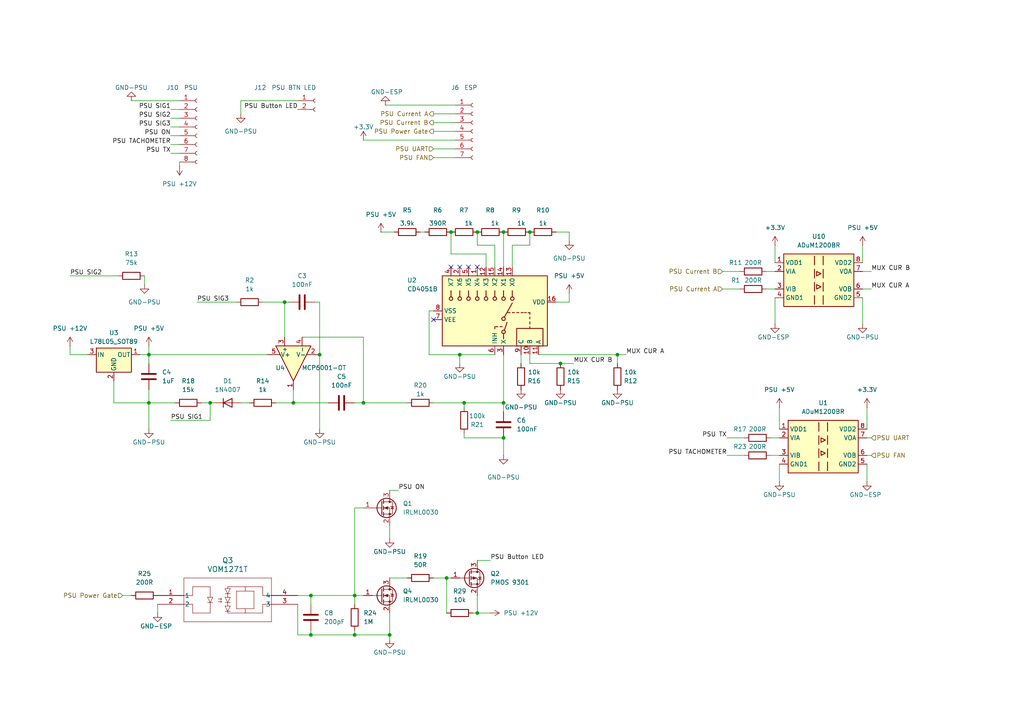
<source format=kicad_sch>
(kicad_sch (version 20231120) (generator "eeschema") (generator_version "8.0")
  (paper "A4")
  (lib_symbols
    (symbol "Amplifier_Operational:MCP6001-OT" (pin_names (offset 0.127))
      (property "Reference" "U" (at -1.27 6.35 0))
      (property "Value" "MCP6001-OT" (at -1.27 3.81 0))
      (symbol "MCP6001-OT_0_1"
        (polyline (pts (xy -5.08 5.08) (xy 5.08 0) (xy -5.08 -5.08) (xy -5.08 5.08)) (stroke (width 0.254)) (fill (type background)))
        (pin power_in line (at -2.54 -7.62 90) (length 3.81) (name "V-") (number "2"))
        (pin power_in line (at -2.54 7.62 270) (length 3.81) (name "V+") (number "5"))
      )
      (symbol "MCP6001-OT_1_1"
        (pin output line (at 7.62 0 180) (length 2.54) (name "~") (number "1"))
        (pin input line (at -7.62 2.54 0) (length 2.54) (name "+") (number "3"))
        (pin input line (at -7.62 -2.54 0) (length 2.54) (name "-") (number "4"))
      )
    )
    (symbol "Analog_Switch:CD4051B"
      (property "Reference" "U" (at -10.16 16.51 0))
      (property "Value" "CD4051B" (at 3.81 16.51 0))
      (symbol "CD4051B_0_1"
        (rectangle (start -10.16 6.35) (end -5.08 13.97) (stroke (width 0.254)))
        (rectangle (start -10.16 15.24) (end 10.16 -15.24) (stroke (width 0.254)) (fill (type background)))
        (circle (center -6.096 2.54) (radius 0.508) (stroke (width 0.254)))
        (circle (center -2.286 2.54) (radius 0.508) (stroke (width 0.254)))
        (polyline (pts (xy -8.128 2.54) (xy -6.604 2.54)) (stroke (width 0.254)))
        (polyline (pts (xy -5.588 2.794) (xy -3.302 3.556)) (stroke (width 0.254)))
        (polyline (pts (xy -4.572 0) (xy -5.207 0)) (stroke (width 0.254)))
        (polyline (pts (xy -4.572 0.254) (xy -4.572 0.889)) (stroke (width 0.254)))
        (polyline (pts (xy -4.572 1.524) (xy -4.572 2.159)) (stroke (width 0.254)))
        (polyline (pts (xy -4.572 10.16) (xy -5.08 10.16)) (stroke (width 0.254)))
        (polyline (pts (xy -3.81 10.16) (xy -3.175 10.16)) (stroke (width 0.254)))
        (polyline (pts (xy -1.778 2.794) (xy 2.286 5.08)) (stroke (width 0.254)))
        (polyline (pts (xy -1.778 10.16) (xy -2.286 10.16)) (stroke (width 0.254)))
        (polyline (pts (xy -0.508 3.81) (xy -0.508 4.445)) (stroke (width 0.254)))
        (polyline (pts (xy -0.508 5.08) (xy -0.508 5.715)) (stroke (width 0.254)))
        (polyline (pts (xy -0.508 6.35) (xy -0.508 6.985)) (stroke (width 0.254)))
        (polyline (pts (xy -0.508 7.62) (xy -0.508 8.255)) (stroke (width 0.254)))
        (polyline (pts (xy -0.508 8.636) (xy -0.508 9.144)) (stroke (width 0.254)))
        (polyline (pts (xy -0.508 9.652) (xy -0.508 10.16)) (stroke (width 0.254)))
        (polyline (pts (xy -0.508 10.16) (xy -1.016 10.16)) (stroke (width 0.254)))
        (polyline (pts (xy 4.064 -12.7) (xy 5.842 -12.7)) (stroke (width 0.254)))
        (polyline (pts (xy 4.064 -10.16) (xy 5.842 -10.16)) (stroke (width 0.254)))
        (polyline (pts (xy 4.064 -7.62) (xy 5.842 -7.62)) (stroke (width 0.254)))
        (polyline (pts (xy 4.064 -5.08) (xy 5.842 -5.08)) (stroke (width 0.254)))
        (polyline (pts (xy 4.064 -2.54) (xy 5.842 -2.54)) (stroke (width 0.254)))
        (polyline (pts (xy 4.064 0) (xy 5.842 0)) (stroke (width 0.254)))
        (polyline (pts (xy 4.064 2.54) (xy 5.842 2.54)) (stroke (width 0.254)))
        (polyline (pts (xy 4.064 5.08) (xy 5.842 5.08)) (stroke (width 0.254)))
        (circle (center 3.556 -12.7) (radius 0.508) (stroke (width 0.254)))
        (circle (center 3.556 -10.16) (radius 0.508) (stroke (width 0.254)))
        (circle (center 3.556 -7.62) (radius 0.508) (stroke (width 0.254)))
        (circle (center 3.556 -5.08) (radius 0.508) (stroke (width 0.254)))
        (circle (center 3.556 -2.54) (radius 0.508) (stroke (width 0.254)))
        (circle (center 3.556 0) (radius 0.508) (stroke (width 0.254)))
        (circle (center 3.556 2.54) (radius 0.508) (stroke (width 0.254)))
        (circle (center 3.556 5.08) (radius 0.508) (stroke (width 0.254)))
      )
      (symbol "CD4051B_1_1"
        (pin bidirectional line (at 12.7 -5.08 180) (length 2.54) (name "X4") (number "1"))
        (pin input line (at -12.7 10.16 0) (length 2.54) (name "B") (number "10"))
        (pin input line (at -12.7 12.7 0) (length 2.54) (name "A") (number "11"))
        (pin bidirectional line (at 12.7 -2.54 180) (length 2.54) (name "X3") (number "12"))
        (pin bidirectional line (at 12.7 5.08 180) (length 2.54) (name "X0") (number "13"))
        (pin bidirectional line (at 12.7 2.54 180) (length 2.54) (name "X1") (number "14"))
        (pin bidirectional line (at 12.7 0 180) (length 2.54) (name "X2") (number "15"))
        (pin power_in line (at 2.54 17.78 270) (length 2.54) (name "VDD") (number "16"))
        (pin bidirectional line (at 12.7 -10.16 180) (length 2.54) (name "X6") (number "2"))
        (pin bidirectional line (at -12.7 2.54 0) (length 2.54) (name "X") (number "3"))
        (pin bidirectional line (at 12.7 -12.7 180) (length 2.54) (name "X7") (number "4"))
        (pin bidirectional line (at 12.7 -7.62 180) (length 2.54) (name "X5") (number "5"))
        (pin input line (at -12.7 0 0) (length 2.54) (name "INH") (number "6"))
        (pin power_in line (at -2.54 -17.78 90) (length 2.54) (name "VEE") (number "7"))
        (pin power_in line (at 0 -17.78 90) (length 2.54) (name "VSS") (number "8"))
        (pin input line (at -12.7 7.62 0) (length 2.54) (name "C") (number "9"))
      )
    )
    (symbol "Connector:Conn_01x02_Socket" (pin_names (offset 1.016) hide)
      (property "Reference" "J" (at 0 2.54 0))
      (property "Value" "Conn_01x02_Socket" (at 0 -5.08 0))
      (symbol "Conn_01x02_Socket_1_1"
        (arc (start 0 -2.032) (mid -0.5058 -2.54) (end 0 -3.048) (stroke (width 0.1524)))
        (polyline (pts (xy -1.27 -2.54) (xy -0.508 -2.54)) (stroke (width 0.1524)))
        (polyline (pts (xy -1.27 0) (xy -0.508 0)) (stroke (width 0.1524)))
        (arc (start 0 0.508) (mid -0.5058 0) (end 0 -0.508) (stroke (width 0.1524)))
        (pin passive line (at -5.08 0 0) (length 3.81) (name "Pin_1") (number "1"))
        (pin passive line (at -5.08 -2.54 0) (length 3.81) (name "Pin_2") (number "2"))
      )
    )
    (symbol "Connector:Conn_01x07_Socket" (pin_names (offset 1.016) hide)
      (property "Reference" "J" (at 0 10.16 0))
      (property "Value" "Conn_01x07_Socket" (at 0 -10.16 0))
      (symbol "Conn_01x07_Socket_1_1"
        (arc (start 0 -7.112) (mid -0.5058 -7.62) (end 0 -8.128) (stroke (width 0.1524)))
        (arc (start 0 -4.572) (mid -0.5058 -5.08) (end 0 -5.588) (stroke (width 0.1524)))
        (arc (start 0 -2.032) (mid -0.5058 -2.54) (end 0 -3.048) (stroke (width 0.1524)))
        (polyline (pts (xy -1.27 -7.62) (xy -0.508 -7.62)) (stroke (width 0.1524)))
        (polyline (pts (xy -1.27 -5.08) (xy -0.508 -5.08)) (stroke (width 0.1524)))
        (polyline (pts (xy -1.27 -2.54) (xy -0.508 -2.54)) (stroke (width 0.1524)))
        (polyline (pts (xy -1.27 0) (xy -0.508 0)) (stroke (width 0.1524)))
        (polyline (pts (xy -1.27 2.54) (xy -0.508 2.54)) (stroke (width 0.1524)))
        (polyline (pts (xy -1.27 5.08) (xy -0.508 5.08)) (stroke (width 0.1524)))
        (polyline (pts (xy -1.27 7.62) (xy -0.508 7.62)) (stroke (width 0.1524)))
        (arc (start 0 0.508) (mid -0.5058 0) (end 0 -0.508) (stroke (width 0.1524)))
        (arc (start 0 3.048) (mid -0.5058 2.54) (end 0 2.032) (stroke (width 0.1524)))
        (arc (start 0 5.588) (mid -0.5058 5.08) (end 0 4.572) (stroke (width 0.1524)))
        (arc (start 0 8.128) (mid -0.5058 7.62) (end 0 7.112) (stroke (width 0.1524)))
        (pin passive line (at -5.08 7.62 0) (length 3.81) (name "Pin_1") (number "1"))
        (pin passive line (at -5.08 5.08 0) (length 3.81) (name "Pin_2") (number "2"))
        (pin passive line (at -5.08 2.54 0) (length 3.81) (name "Pin_3") (number "3"))
        (pin passive line (at -5.08 0 0) (length 3.81) (name "Pin_4") (number "4"))
        (pin passive line (at -5.08 -2.54 0) (length 3.81) (name "Pin_5") (number "5"))
        (pin passive line (at -5.08 -5.08 0) (length 3.81) (name "Pin_6") (number "6"))
        (pin passive line (at -5.08 -7.62 0) (length 3.81) (name "Pin_7") (number "7"))
      )
    )
    (symbol "Connector:Conn_01x08_Socket" (pin_names (offset 1.016) hide)
      (property "Reference" "J" (at 0 10.16 0))
      (property "Value" "Conn_01x08_Socket" (at 0 -12.7 0))
      (symbol "Conn_01x08_Socket_1_1"
        (arc (start 0 -9.652) (mid -0.5058 -10.16) (end 0 -10.668) (stroke (width 0.1524)))
        (arc (start 0 -7.112) (mid -0.5058 -7.62) (end 0 -8.128) (stroke (width 0.1524)))
        (arc (start 0 -4.572) (mid -0.5058 -5.08) (end 0 -5.588) (stroke (width 0.1524)))
        (arc (start 0 -2.032) (mid -0.5058 -2.54) (end 0 -3.048) (stroke (width 0.1524)))
        (polyline (pts (xy -1.27 -10.16) (xy -0.508 -10.16)) (stroke (width 0.1524)))
        (polyline (pts (xy -1.27 -7.62) (xy -0.508 -7.62)) (stroke (width 0.1524)))
        (polyline (pts (xy -1.27 -5.08) (xy -0.508 -5.08)) (stroke (width 0.1524)))
        (polyline (pts (xy -1.27 -2.54) (xy -0.508 -2.54)) (stroke (width 0.1524)))
        (polyline (pts (xy -1.27 0) (xy -0.508 0)) (stroke (width 0.1524)))
        (polyline (pts (xy -1.27 2.54) (xy -0.508 2.54)) (stroke (width 0.1524)))
        (polyline (pts (xy -1.27 5.08) (xy -0.508 5.08)) (stroke (width 0.1524)))
        (polyline (pts (xy -1.27 7.62) (xy -0.508 7.62)) (stroke (width 0.1524)))
        (arc (start 0 0.508) (mid -0.5058 0) (end 0 -0.508) (stroke (width 0.1524)))
        (arc (start 0 3.048) (mid -0.5058 2.54) (end 0 2.032) (stroke (width 0.1524)))
        (arc (start 0 5.588) (mid -0.5058 5.08) (end 0 4.572) (stroke (width 0.1524)))
        (arc (start 0 8.128) (mid -0.5058 7.62) (end 0 7.112) (stroke (width 0.1524)))
        (pin passive line (at -5.08 7.62 0) (length 3.81) (name "Pin_1") (number "1"))
        (pin passive line (at -5.08 5.08 0) (length 3.81) (name "Pin_2") (number "2"))
        (pin passive line (at -5.08 2.54 0) (length 3.81) (name "Pin_3") (number "3"))
        (pin passive line (at -5.08 0 0) (length 3.81) (name "Pin_4") (number "4"))
        (pin passive line (at -5.08 -2.54 0) (length 3.81) (name "Pin_5") (number "5"))
        (pin passive line (at -5.08 -5.08 0) (length 3.81) (name "Pin_6") (number "6"))
        (pin passive line (at -5.08 -7.62 0) (length 3.81) (name "Pin_7") (number "7"))
        (pin passive line (at -5.08 -10.16 0) (length 3.81) (name "Pin_8") (number "8"))
      )
    )
    (symbol "Device:C" (pin_numbers hide) (pin_names (offset 0.254))
      (property "Reference" "C" (at 0.635 2.54 0))
      (property "Value" "C" (at 0.635 -2.54 0))
      (symbol "C_0_1"
        (polyline (pts (xy -2.032 -0.762) (xy 2.032 -0.762)) (stroke (width 0.508)))
        (polyline (pts (xy -2.032 0.762) (xy 2.032 0.762)) (stroke (width 0.508)))
      )
      (symbol "C_1_1"
        (pin passive line (at 0 3.81 270) (length 2.794) (name "~") (number "1"))
        (pin passive line (at 0 -3.81 90) (length 2.794) (name "~") (number "2"))
      )
    )
    (symbol "Device:R" (pin_numbers hide) (pin_names (offset 0))
      (property "Reference" "R" (at 2.032 0 90))
      (property "Value" "R" (at 0 0 90))
      (symbol "R_0_1"
        (rectangle (start -1.016 -2.54) (end 1.016 2.54) (stroke (width 0.254)))
      )
      (symbol "R_1_1"
        (pin passive line (at 0 3.81 270) (length 1.27) (name "~") (number "1"))
        (pin passive line (at 0 -3.81 90) (length 1.27) (name "~") (number "2"))
      )
    )
    (symbol "Diode:1N4007" (pin_numbers hide) (pin_names hide)
      (property "Reference" "D" (at 0 2.54 0))
      (property "Value" "1N4007" (at 0 -2.54 0))
      (symbol "1N4007_0_1"
        (polyline (pts (xy -1.27 1.27) (xy -1.27 -1.27)) (stroke (width 0.254)))
        (polyline (pts (xy 1.27 0) (xy -1.27 0)))
        (polyline (pts (xy 1.27 1.27) (xy 1.27 -1.27) (xy -1.27 0) (xy 1.27 1.27)) (stroke (width 0.254)))
      )
      (symbol "1N4007_1_1"
        (pin passive line (at -3.81 0 0) (length 2.54) (name "K") (number "1"))
        (pin passive line (at 3.81 0 180) (length 2.54) (name "A") (number "2"))
      )
    )
    (symbol "Isolator:ADuM1200BR"
      (property "Reference" "U" (at -10.16 8.89 0))
      (property "Value" "ADuM1200BR" (at -2.032 8.89 0))
      (symbol "ADuM1200BR_0_1"
        (rectangle (start -10.16 7.62) (end 10.16 -7.62) (stroke (width 0.254)) (fill (type background)))
        (polyline (pts (xy -1.27 -4.445) (xy -1.27 -6.985)) (stroke (width 0.254)))
        (polyline (pts (xy -1.27 -0.635) (xy -1.27 -3.175)) (stroke (width 0.254)))
        (polyline (pts (xy -1.27 3.175) (xy -1.27 0.635)) (stroke (width 0.254)))
        (polyline (pts (xy -1.27 6.985) (xy -1.27 4.445)) (stroke (width 0.254)))
        (polyline (pts (xy 1.27 -4.445) (xy 1.27 -6.985)) (stroke (width 0.254)))
        (polyline (pts (xy 1.27 -0.635) (xy 1.27 -3.175)) (stroke (width 0.254)))
        (polyline (pts (xy 1.27 3.175) (xy 1.27 0.635)) (stroke (width 0.254)))
        (polyline (pts (xy 1.27 6.985) (xy 1.27 4.445)) (stroke (width 0.254)))
        (polyline (pts (xy -0.635 -1.27) (xy -0.635 -2.54) (xy 0.635 -1.905) (xy -0.635 -1.27)) (stroke (width 0.254)))
        (polyline (pts (xy -0.635 1.27) (xy 0.635 1.905) (xy -0.635 2.54) (xy -0.635 1.27)) (stroke (width 0.254)))
      )
      (symbol "ADuM1200BR_1_1"
        (pin power_in line (at -12.7 5.08 0) (length 2.54) (name "VDD1") (number "1"))
        (pin input line (at -12.7 2.54 0) (length 2.54) (name "VIA") (number "2"))
        (pin input line (at -12.7 -2.54 0) (length 2.54) (name "VIB") (number "3"))
        (pin power_in line (at -12.7 -5.08 0) (length 2.54) (name "GND1") (number "4"))
        (pin power_in line (at 12.7 -5.08 180) (length 2.54) (name "GND2") (number "5"))
        (pin output line (at 12.7 -2.54 180) (length 2.54) (name "VOB") (number "6"))
        (pin output line (at 12.7 2.54 180) (length 2.54) (name "VOA") (number "7"))
        (pin power_in line (at 12.7 5.08 180) (length 2.54) (name "VDD2") (number "8"))
      )
    )
    (symbol "Regulator_Linear:L78L05_SOT89" (pin_names (offset 0.254))
      (property "Reference" "U" (at -3.81 3.175 0))
      (property "Value" "L78L05_SOT89" (at -0.635 3.175 0))
      (symbol "L78L05_SOT89_0_1"
        (rectangle (start -5.08 1.905) (end 5.08 -5.08) (stroke (width 0.254)) (fill (type background)))
      )
      (symbol "L78L05_SOT89_1_1"
        (pin power_out line (at 7.62 0 180) (length 2.54) (name "OUT") (number "1"))
        (pin power_in line (at 0 -7.62 90) (length 2.54) (name "GND") (number "2"))
        (pin power_in line (at -7.62 0 0) (length 2.54) (name "IN") (number "3"))
      )
    )
    (symbol "Transistor_FET:IRLML0030" (pin_names hide)
      (property "Reference" "Q" (at 5.08 1.905 0))
      (property "Value" "IRLML0030" (at 5.08 0 0))
      (symbol "IRLML0030_0_1"
        (polyline (pts (xy 0.254 0) (xy -2.54 0)))
        (polyline (pts (xy 0.254 1.905) (xy 0.254 -1.905)) (stroke (width 0.254)))
        (polyline (pts (xy 0.762 -1.27) (xy 0.762 -2.286)) (stroke (width 0.254)))
        (polyline (pts (xy 0.762 0.508) (xy 0.762 -0.508)) (stroke (width 0.254)))
        (polyline (pts (xy 0.762 2.286) (xy 0.762 1.27)) (stroke (width 0.254)))
        (polyline (pts (xy 2.54 2.54) (xy 2.54 1.778)))
        (polyline (pts (xy 2.54 -2.54) (xy 2.54 0) (xy 0.762 0)))
        (polyline (pts (xy 0.762 -1.778) (xy 3.302 -1.778) (xy 3.302 1.778) (xy 0.762 1.778)))
        (polyline (pts (xy 1.016 0) (xy 2.032 0.381) (xy 2.032 -0.381) (xy 1.016 0)) (fill (type outline)))
        (polyline (pts (xy 2.794 0.508) (xy 2.921 0.381) (xy 3.683 0.381) (xy 3.81 0.254)))
        (polyline (pts (xy 3.302 0.381) (xy 2.921 -0.254) (xy 3.683 -0.254) (xy 3.302 0.381)))
        (circle (center 1.651 0) (radius 2.794) (stroke (width 0.254)))
        (circle (center 2.54 -1.778) (radius 0.254) (fill (type outline)))
        (circle (center 2.54 1.778) (radius 0.254) (fill (type outline)))
      )
      (symbol "IRLML0030_1_1"
        (pin input line (at -5.08 0 0) (length 2.54) (name "G") (number "1"))
        (pin passive line (at 2.54 -5.08 90) (length 2.54) (name "S") (number "2"))
        (pin passive line (at 2.54 5.08 270) (length 2.54) (name "D") (number "3"))
      )
    )
    (symbol "Transistor_FET:IRLML9301" (pin_names hide)
      (property "Reference" "Q" (at 5.08 1.905 0))
      (property "Value" "IRLML9301" (at 5.08 0 0))
      (symbol "IRLML9301_0_1"
        (polyline (pts (xy 0.254 0) (xy -2.54 0)))
        (polyline (pts (xy 0.254 1.905) (xy 0.254 -1.905)) (stroke (width 0.254)))
        (polyline (pts (xy 0.762 -1.27) (xy 0.762 -2.286)) (stroke (width 0.254)))
        (polyline (pts (xy 0.762 0.508) (xy 0.762 -0.508)) (stroke (width 0.254)))
        (polyline (pts (xy 0.762 2.286) (xy 0.762 1.27)) (stroke (width 0.254)))
        (polyline (pts (xy 2.54 2.54) (xy 2.54 1.778)))
        (polyline (pts (xy 2.54 -2.54) (xy 2.54 0) (xy 0.762 0)))
        (polyline (pts (xy 0.762 1.778) (xy 3.302 1.778) (xy 3.302 -1.778) (xy 0.762 -1.778)))
        (polyline (pts (xy 2.286 0) (xy 1.27 0.381) (xy 1.27 -0.381) (xy 2.286 0)) (fill (type outline)))
        (polyline (pts (xy 2.794 -0.508) (xy 2.921 -0.381) (xy 3.683 -0.381) (xy 3.81 -0.254)))
        (polyline (pts (xy 3.302 -0.381) (xy 2.921 0.254) (xy 3.683 0.254) (xy 3.302 -0.381)))
        (circle (center 1.651 0) (radius 2.794) (stroke (width 0.254)))
        (circle (center 2.54 -1.778) (radius 0.254) (fill (type outline)))
        (circle (center 2.54 1.778) (radius 0.254) (fill (type outline)))
      )
      (symbol "IRLML9301_1_1"
        (pin input line (at -5.08 0 0) (length 2.54) (name "G") (number "1"))
        (pin passive line (at 2.54 -5.08 90) (length 2.54) (name "S") (number "2"))
        (pin passive line (at 2.54 5.08 270) (length 2.54) (name "D") (number "3"))
      )
    )
    (symbol "VOM1271T:VOM1271T" (pin_names (offset 0.254))
      (property "Reference" "Q2" (at 20.32 10.16 0))
      (property "Value" "VOM1271T" (at 20.32 7.62 0))
      (symbol "VOM1271T_0_1"
        (polyline (pts (xy 7.62 -7.62) (xy 33.02 -7.62)) (stroke (width 0.127)))
        (polyline (pts (xy 7.62 -2.54) (xy 10.16 -2.54)) (stroke (width 0.127)))
        (polyline (pts (xy 7.62 0) (xy 10.16 0)) (stroke (width 0.127)))
        (polyline (pts (xy 7.62 5.08) (xy 7.62 -7.62)) (stroke (width 0.127)))
        (polyline (pts (xy 10.16 -5.08) (xy 15.24 -5.08)) (stroke (width 0.127)))
        (polyline (pts (xy 10.16 -2.54) (xy 10.16 -5.08)) (stroke (width 0.127)))
        (polyline (pts (xy 10.16 0) (xy 10.16 2.54)) (stroke (width 0.127)))
        (polyline (pts (xy 10.16 2.54) (xy 15.24 2.54)) (stroke (width 0.127)))
        (polyline (pts (xy 14.478 -2.032) (xy 16.002 -2.032)) (stroke (width 0.127)))
        (polyline (pts (xy 14.478 -0.508) (xy 15.24 -2.032)) (stroke (width 0.127)))
        (polyline (pts (xy 15.24 -2.032) (xy 15.24 -5.08)) (stroke (width 0.127)))
        (polyline (pts (xy 15.24 -2.032) (xy 16.002 -0.508)) (stroke (width 0.127)))
        (polyline (pts (xy 15.24 -0.508) (xy 15.24 2.54)) (stroke (width 0.127)))
        (polyline (pts (xy 16.002 -0.508) (xy 14.478 -0.508)) (stroke (width 0.127)))
        (polyline (pts (xy 17.526 -1.778) (xy 18.542 -1.778)) (stroke (width 0.127)))
        (polyline (pts (xy 17.526 -1.016) (xy 18.542 -1.016)) (stroke (width 0.127)))
        (polyline (pts (xy 18.542 -1.778) (xy 18.288 -2.032)) (stroke (width 0.127)))
        (polyline (pts (xy 18.542 -1.778) (xy 18.288 -1.524)) (stroke (width 0.127)))
        (polyline (pts (xy 18.542 -1.016) (xy 18.288 -1.27)) (stroke (width 0.127)))
        (polyline (pts (xy 18.542 -1.016) (xy 18.288 -0.762)) (stroke (width 0.127)))
        (polyline (pts (xy 19.558 -4.572) (xy 21.082 -4.572)) (stroke (width 0.127)))
        (polyline (pts (xy 19.558 -3.048) (xy 20.32 -4.572)) (stroke (width 0.127)))
        (polyline (pts (xy 19.558 -2.032) (xy 21.082 -2.032)) (stroke (width 0.127)))
        (polyline (pts (xy 19.558 -0.508) (xy 20.32 -2.032)) (stroke (width 0.127)))
        (polyline (pts (xy 19.558 0.508) (xy 21.082 0.508)) (stroke (width 0.127)))
        (polyline (pts (xy 19.558 2.032) (xy 20.32 0.508)) (stroke (width 0.127)))
        (polyline (pts (xy 20.32 -5.08) (xy 30.48 -5.08)) (stroke (width 0.127)))
        (polyline (pts (xy 20.32 -4.572) (xy 20.32 -5.08)) (stroke (width 0.127)))
        (polyline (pts (xy 20.32 -4.572) (xy 21.082 -3.048)) (stroke (width 0.127)))
        (polyline (pts (xy 20.32 -2.032) (xy 20.32 -3.048)) (stroke (width 0.127)))
        (polyline (pts (xy 20.32 -2.032) (xy 21.082 -0.508)) (stroke (width 0.127)))
        (polyline (pts (xy 20.32 -0.508) (xy 20.32 0.508)) (stroke (width 0.127)))
        (polyline (pts (xy 20.32 0.508) (xy 21.082 2.032)) (stroke (width 0.127)))
        (polyline (pts (xy 20.32 2.032) (xy 20.32 2.54)) (stroke (width 0.127)))
        (polyline (pts (xy 21.082 -3.048) (xy 19.558 -3.048)) (stroke (width 0.127)))
        (polyline (pts (xy 21.082 -0.508) (xy 19.558 -0.508)) (stroke (width 0.127)))
        (polyline (pts (xy 21.082 2.032) (xy 19.558 2.032)) (stroke (width 0.127)))
        (polyline (pts (xy 22.86 -3.81) (xy 22.86 1.27)) (stroke (width 0.127)))
        (polyline (pts (xy 22.86 1.27) (xy 27.94 1.27)) (stroke (width 0.127)))
        (polyline (pts (xy 25.4 -3.81) (xy 25.4 -5.08)) (stroke (width 0.127)))
        (polyline (pts (xy 25.4 2.54) (xy 25.4 1.27)) (stroke (width 0.127)))
        (polyline (pts (xy 27.94 -3.81) (xy 22.86 -3.81)) (stroke (width 0.127)))
        (polyline (pts (xy 27.94 1.27) (xy 27.94 -3.81)) (stroke (width 0.127)))
        (polyline (pts (xy 30.48 -5.08) (xy 30.48 -2.54)) (stroke (width 0.127)))
        (polyline (pts (xy 30.48 -2.54) (xy 33.02 -2.54)) (stroke (width 0.127)))
        (polyline (pts (xy 30.48 0) (xy 30.48 2.54)) (stroke (width 0.127)))
        (polyline (pts (xy 30.48 2.54) (xy 20.32 2.54)) (stroke (width 0.127)))
        (polyline (pts (xy 33.02 -7.62) (xy 33.02 5.08)) (stroke (width 0.127)))
        (polyline (pts (xy 33.02 0) (xy 30.48 0)) (stroke (width 0.127)))
        (polyline (pts (xy 33.02 5.08) (xy 7.62 5.08)) (stroke (width 0.127)))
        (pin passive line (at 0 0 0) (length 7.62) (name "1") (number "1"))
        (pin passive line (at 0 -2.54 0) (length 7.62) (name "2") (number "2"))
        (pin passive line (at 40.64 -2.54 180) (length 7.62) (name "3") (number "3"))
        (pin passive line (at 40.64 0 180) (length 7.62) (name "4") (number "4"))
      )
    )
    (symbol "power:+12V" (power) (pin_numbers hide) (pin_names (offset 0) hide)
      (property "Value" "+12V" (at 0 3.556 0))
      (symbol "+12V_0_1"
        (polyline (pts (xy -0.762 1.27) (xy 0 2.54)))
        (polyline (pts (xy 0 0) (xy 0 2.54)))
        (polyline (pts (xy 0 2.54) (xy 0.762 1.27)))
      )
      (symbol "+12V_1_1"
        (pin power_in line (at 0 0 90) (length 0) (name "~") (number "1"))
      )
    )
    (symbol "power:+3.3V" (power) (pin_numbers hide) (pin_names (offset 0) hide)
      (property "Value" "+3.3V" (at 0 3.556 0))
      (symbol "+3.3V_0_1"
        (polyline (pts (xy -0.762 1.27) (xy 0 2.54)))
        (polyline (pts (xy 0 0) (xy 0 2.54)))
        (polyline (pts (xy 0 2.54) (xy 0.762 1.27)))
      )
      (symbol "+3.3V_1_1"
        (pin power_in line (at 0 0 90) (length 0) (name "~") (number "1"))
      )
    )
    (symbol "power:GND" (power) (pin_numbers hide) (pin_names (offset 0) hide)
      (property "Value" "GND" (at 0 -3.81 0))
      (symbol "GND_0_1"
        (polyline (pts (xy 0 0) (xy 0 -1.27) (xy 1.27 -1.27) (xy 0 -2.54) (xy -1.27 -1.27) (xy 0 -1.27)))
      )
      (symbol "GND_1_1"
        (pin power_in line (at 0 0 270) (length 0) (name "~") (number "1"))
      )
    )
  )
  (junction (at 138.43 67.31))
  (junction (at 129.54 167.64))
  (junction (at 146.05 127))
  (junction (at 105.41 116.84))
  (junction (at 85.09 116.84))
  (junction (at 43.18 102.87))
  (junction (at 130.81 67.31))
  (junction (at 146.05 67.31))
  (junction (at 90.17 172.72))
  (junction (at 90.17 184.15))
  (junction (at 134.62 116.84))
  (junction (at 43.18 116.84))
  (junction (at 153.67 67.31))
  (junction (at 133.35 102.87))
  (junction (at 92.71 102.87))
  (junction (at 102.87 184.15))
  (junction (at 146.05 116.84))
  (junction (at 162.56 105.41))
  (junction (at 82.55 87.63))
  (junction (at 102.87 172.72))
  (junction (at 60.96 116.84))
  (junction (at 113.03 184.15))
  (junction (at 179.07 102.87))
  (junction (at 138.43 177.8))
  (no_connect (at 138.43 77.47))
  (no_connect (at 130.81 77.47))
  (no_connect (at 133.35 77.47))
  (no_connect (at 135.89 77.47))
  (no_connect (at 125.73 92.71))
  (wire (pts (xy 130.81 67.31) (xy 130.81 73.66)))
  (wire (pts (xy 105.41 97.79) (xy 105.41 116.84)))
  (wire (pts (xy 113.03 185.42) (xy 113.03 184.15)))
  (wire (pts (xy 133.35 102.87) (xy 143.51 102.87)))
  (wire (pts (xy 92.71 102.87) (xy 92.71 124.46)))
  (wire (pts (xy 137.16 177.8) (xy 138.43 177.8)))
  (wire (pts (xy 20.32 102.87) (xy 25.4 102.87)))
  (wire (pts (xy 43.18 100.33) (xy 43.18 102.87)))
  (wire (pts (xy 252.73 127) (xy 251.46 127)))
  (wire (pts (xy 148.59 71.12) (xy 153.67 71.12)))
  (wire (pts (xy 86.36 184.15) (xy 90.17 184.15)))
  (wire (pts (xy 125.73 43.18) (xy 132.08 43.18)))
  (wire (pts (xy 92.71 87.63) (xy 92.71 102.87)))
  (wire (pts (xy 146.05 102.87) (xy 146.05 116.84)))
  (wire (pts (xy 115.57 142.24) (xy 113.03 142.24)))
  (wire (pts (xy 43.18 113.03) (xy 43.18 116.84)))
  (wire (pts (xy 181.61 102.87) (xy 179.07 102.87)))
  (wire (pts (xy 146.05 127) (xy 146.05 132.08)))
  (wire (pts (xy 49.53 44.45) (xy 52.07 44.45)))
  (wire (pts (xy 138.43 67.31) (xy 138.43 71.12)))
  (wire (pts (xy 179.07 102.87) (xy 156.21 102.87)))
  (wire (pts (xy 165.1 69.85) (xy 165.1 67.31)))
  (wire (pts (xy 162.56 105.41) (xy 166.37 105.41)))
  (wire (pts (xy 52.07 48.26) (xy 52.07 46.99)))
  (wire (pts (xy 134.62 127) (xy 134.62 125.73)))
  (wire (pts (xy 125.73 33.02) (xy 132.08 33.02)))
  (wire (pts (xy 49.53 39.37) (xy 52.07 39.37)))
  (wire (pts (xy 60.96 121.92) (xy 60.96 116.84)))
  (wire (pts (xy 49.53 121.92) (xy 60.96 121.92)))
  (wire (pts (xy 45.72 177.8) (xy 45.72 175.26)))
  (wire (pts (xy 43.18 102.87) (xy 77.47 102.87)))
  (wire (pts (xy 90.17 175.26) (xy 90.17 172.72)))
  (wire (pts (xy 41.91 82.55) (xy 41.91 80.01)))
  (wire (pts (xy 43.18 102.87) (xy 40.64 102.87)))
  (wire (pts (xy 129.54 167.64) (xy 130.81 167.64)))
  (wire (pts (xy 125.73 35.56) (xy 132.08 35.56)))
  (wire (pts (xy 153.67 102.87) (xy 153.67 105.41)))
  (wire (pts (xy 250.19 93.98) (xy 250.19 86.36)))
  (wire (pts (xy 130.81 73.66) (xy 140.97 73.66)))
  (wire (pts (xy 138.43 177.8) (xy 138.43 172.72)))
  (wire (pts (xy 102.87 147.32) (xy 105.41 147.32)))
  (wire (pts (xy 134.62 118.11) (xy 134.62 116.84)))
  (wire (pts (xy 165.1 85.09) (xy 165.1 87.63)))
  (wire (pts (xy 146.05 67.31) (xy 146.05 77.47)))
  (wire (pts (xy 20.32 80.01) (xy 34.29 80.01)))
  (wire (pts (xy 251.46 118.11) (xy 251.46 124.46)))
  (wire (pts (xy 86.36 175.26) (xy 86.36 184.15)))
  (wire (pts (xy 82.55 87.63) (xy 82.55 97.79)))
  (wire (pts (xy 113.03 177.8) (xy 113.03 184.15)))
  (wire (pts (xy 252.73 83.82) (xy 250.19 83.82)))
  (wire (pts (xy 69.85 29.21) (xy 86.36 29.21)))
  (wire (pts (xy 43.18 116.84) (xy 50.8 116.84)))
  (wire (pts (xy 226.06 118.11) (xy 226.06 124.46)))
  (wire (pts (xy 134.62 127) (xy 146.05 127)))
  (wire (pts (xy 76.2 87.63) (xy 82.55 87.63)))
  (wire (pts (xy 113.03 152.4) (xy 113.03 156.21)))
  (wire (pts (xy 138.43 71.12) (xy 143.51 71.12)))
  (wire (pts (xy 222.25 78.74) (xy 224.79 78.74)))
  (wire (pts (xy 60.96 116.84) (xy 62.23 116.84)))
  (wire (pts (xy 111.76 30.48) (xy 132.08 30.48)))
  (wire (pts (xy 124.46 90.17) (xy 124.46 102.87)))
  (wire (pts (xy 43.18 102.87) (xy 43.18 105.41)))
  (wire (pts (xy 224.79 93.98) (xy 224.79 86.36)))
  (wire (pts (xy 33.02 110.49) (xy 33.02 116.84)))
  (wire (pts (xy 129.54 167.64) (xy 129.54 177.8)))
  (wire (pts (xy 165.1 67.31) (xy 161.29 67.31)))
  (wire (pts (xy 146.05 119.38) (xy 146.05 116.84)))
  (wire (pts (xy 57.15 87.63) (xy 68.58 87.63)))
  (wire (pts (xy 102.87 172.72) (xy 105.41 172.72)))
  (wire (pts (xy 142.24 177.8) (xy 138.43 177.8)))
  (wire (pts (xy 222.25 83.82) (xy 224.79 83.82)))
  (wire (pts (xy 125.73 38.1) (xy 132.08 38.1)))
  (wire (pts (xy 251.46 139.7) (xy 251.46 134.62)))
  (wire (pts (xy 223.52 127) (xy 226.06 127)))
  (wire (pts (xy 20.32 100.33) (xy 20.32 102.87)))
  (wire (pts (xy 49.53 31.75) (xy 52.07 31.75)))
  (wire (pts (xy 86.36 172.72) (xy 90.17 172.72)))
  (wire (pts (xy 102.87 182.88) (xy 102.87 184.15)))
  (wire (pts (xy 125.73 116.84) (xy 134.62 116.84)))
  (wire (pts (xy 125.73 45.72) (xy 132.08 45.72)))
  (wire (pts (xy 58.42 116.84) (xy 60.96 116.84)))
  (wire (pts (xy 210.82 132.08) (xy 215.9 132.08)))
  (wire (pts (xy 226.06 139.7) (xy 226.06 134.62)))
  (wire (pts (xy 92.71 87.63) (xy 91.44 87.63)))
  (wire (pts (xy 124.46 102.87) (xy 133.35 102.87)))
  (wire (pts (xy 210.82 127) (xy 215.9 127)))
  (wire (pts (xy 118.11 167.64) (xy 113.03 167.64)))
  (wire (pts (xy 80.01 116.84) (xy 85.09 116.84)))
  (wire (pts (xy 125.73 90.17) (xy 124.46 90.17)))
  (wire (pts (xy 143.51 71.12) (xy 143.51 77.47)))
  (wire (pts (xy 90.17 172.72) (xy 102.87 172.72)))
  (wire (pts (xy 140.97 73.66) (xy 140.97 77.47)))
  (wire (pts (xy 148.59 71.12) (xy 148.59 77.47)))
  (wire (pts (xy 90.17 182.88) (xy 90.17 184.15)))
  (wire (pts (xy 179.07 105.41) (xy 179.07 102.87)))
  (wire (pts (xy 49.53 36.83) (xy 52.07 36.83)))
  (wire (pts (xy 49.53 41.91) (xy 52.07 41.91)))
  (wire (pts (xy 134.62 116.84) (xy 146.05 116.84)))
  (wire (pts (xy 223.52 132.08) (xy 226.06 132.08)))
  (wire (pts (xy 102.87 175.26) (xy 102.87 172.72)))
  (wire (pts (xy 165.1 87.63) (xy 161.29 87.63)))
  (wire (pts (xy 90.17 184.15) (xy 102.87 184.15)))
  (wire (pts (xy 125.73 167.64) (xy 129.54 167.64)))
  (wire (pts (xy 35.56 172.72) (xy 38.1 172.72)))
  (wire (pts (xy 153.67 105.41) (xy 162.56 105.41)))
  (wire (pts (xy 142.24 162.56) (xy 138.43 162.56)))
  (wire (pts (xy 252.73 78.74) (xy 250.19 78.74)))
  (wire (pts (xy 110.49 67.31) (xy 114.3 67.31)))
  (wire (pts (xy 209.55 78.74) (xy 214.63 78.74)))
  (wire (pts (xy 69.85 29.21) (xy 69.85 33.02)))
  (wire (pts (xy 82.55 87.63) (xy 83.82 87.63)))
  (wire (pts (xy 121.92 67.31) (xy 123.19 67.31)))
  (wire (pts (xy 33.02 116.84) (xy 43.18 116.84)))
  (wire (pts (xy 43.18 116.84) (xy 43.18 124.46)))
  (wire (pts (xy 151.13 102.87) (xy 151.13 105.41)))
  (wire (pts (xy 85.09 113.03) (xy 85.09 116.84)))
  (wire (pts (xy 105.41 40.64) (xy 132.08 40.64)))
  (wire (pts (xy 105.41 116.84) (xy 118.11 116.84)))
  (wire (pts (xy 105.41 116.84) (xy 102.87 116.84)))
  (wire (pts (xy 102.87 147.32) (xy 102.87 172.72)))
  (wire (pts (xy 209.55 83.82) (xy 214.63 83.82)))
  (wire (pts (xy 252.73 132.08) (xy 251.46 132.08)))
  (wire (pts (xy 38.1 29.21) (xy 52.07 29.21)))
  (wire (pts (xy 85.09 116.84) (xy 95.25 116.84)))
  (wire (pts (xy 102.87 184.15) (xy 113.03 184.15)))
  (wire (pts (xy 69.85 116.84) (xy 72.39 116.84)))
  (wire (pts (xy 153.67 71.12) (xy 153.67 67.31)))
  (wire (pts (xy 224.79 71.12) (xy 224.79 76.2)))
  (wire (pts (xy 250.19 71.12) (xy 250.19 76.2)))
  (wire (pts (xy 133.35 105.41) (xy 133.35 102.87)))
  (wire (pts (xy 49.53 34.29) (xy 52.07 34.29)))
  (wire (pts (xy 87.63 97.79) (xy 105.41 97.79)))
  (label "MUX CUR A" (at 181.61 102.87 0))
  (label "PSU TX" (at 210.82 127 180))
  (label "MUX CUR A" (at 252.73 83.82 0))
  (label "PSU TX" (at 49.53 44.45 180))
  (label "PSU TACHOMETER" (at 49.53 41.91 180))
  (label "MUX CUR B" (at 252.73 78.74 0))
  (label "PSU SIG1" (at 49.53 121.92 0))
  (label "MUX CUR B" (at 166.37 105.41 0))
  (label "PSU SIG1" (at 49.53 31.75 180))
  (label "PSU SIG2" (at 49.53 34.29 180))
  (label "PSU ON" (at 49.53 39.37 180))
  (label "PSU SIG3" (at 49.53 36.83 180))
  (label "PSU TACHOMETER" (at 210.82 132.08 180))
  (label "PSU SIG3" (at 57.15 87.63 0))
  (label "PSU SIG2" (at 20.32 80.01 0))
  (label "PSU Button LED" (at 86.36 31.75 180))
  (label "PSU ON" (at 115.57 142.24 0))
  (label "PSU Button LED" (at 142.24 162.56 0))
  (hierarchical_label "PSU UART" (shape input) (at 125.73 43.18 180))
  (hierarchical_label "PSU UART" (shape input) (at 252.73 127 0))
  (hierarchical_label "PSU Current A" (shape output) (at 125.73 33.02 180))
  (hierarchical_label "PSU Current B" (shape input) (at 209.55 78.74 180))
  (hierarchical_label "PSU FAN" (shape input) (at 252.73 132.08 0))
  (hierarchical_label "PSU Current A" (shape input) (at 209.55 83.82 180))
  (hierarchical_label "PSU Power Gate" (shape input) (at 35.56 172.72 180))
  (hierarchical_label "PSU Power Gate" (shape output) (at 125.73 38.1 180))
  (hierarchical_label "PSU FAN" (shape input) (at 125.73 45.72 180))
  (hierarchical_label "PSU Current B" (shape output) (at 125.73 35.56 180))
  (symbol (lib_id "power:GND") (at 165.1 69.85 0) (unit 1)
    (property "Reference" "#PWR024" (effects (hide yes)))
    (property "Value" "GND-PSU" (at 165.1 74.93 0))
    (property "Description" "Power symbol creates a global label with name \"GND\" , ground" (effects (hide yes)))
  )
  (symbol (lib_id "power:GND") (at 179.07 113.03 0) (unit 1)
    (property "Reference" "#PWR041" (effects (hide yes)))
    (property "Value" "GND-PSU" (at 179.07 116.84 0))
    (property "Description" "Power symbol creates a global label with name \"GND\" , ground" (effects (hide yes)))
  )
  (symbol (lib_id "Isolator:ADuM1200BR") (at 237.49 81.28 0) (unit 1)
    (property "Reference" "U10" (at 237.49 68.58 0))
    (property "Value" "ADuM1200BR" (at 237.49 71.12 0))
    (property "Footprint" "Package_SO:SOIC-8_3.9x4.9mm_P1.27mm" (effects (hide yes)))
    (property "Datasheet" "https://www.analog.com/static/imported-files/data_sheets/ADuM1200_1201.pdf" (effects (hide yes)))
    (property "Description" "Dual-Channel Digital Isolator, 10Mbps 50ns, bidirectional communication, 3V/5V level translation, SOIC-8" (effects (hide yes)))
  )
  (symbol (lib_id "power:+3.3V") (at 142.24 177.8 270) (unit 1)
    (property "Reference" "#PWR049" (effects (hide yes)))
    (property "Value" "PSU +12V" (at 146.05 177.7999 90) (effects (justify left)))
    (property "Description" "Power symbol creates a global label with name \"+3.3V\"" (effects (hide yes)))
  )
  (symbol (lib_id "Device:R") (at 41.91 172.72 270) (unit 1)
    (property "Reference" "R25" (at 41.91 166.37 90))
    (property "Value" "200R" (at 41.91 168.91 90))
    (property "Footprint" "Resistor_SMD:R_1206_3216Metric" (effects (hide yes)))
    (property "Description" "Resistor" (effects (hide yes)))
  )
  (symbol (lib_id "Device:R") (at 162.56 109.22 180) (unit 1)
    (property "Reference" "R15" (at 166.37 110.49 0))
    (property "Value" "10k" (at 166.37 107.95 0))
    (property "Footprint" "Resistor_SMD:R_1206_3216Metric" (effects (hide yes)))
    (property "Description" "Resistor" (effects (hide yes)))
  )
  (symbol (lib_id "Transistor_FET:IRLML0030") (at 110.49 147.32 0) (unit 1)
    (property "Reference" "Q1" (at 116.84 146.0499 0) (effects (justify left)))
    (property "Value" "IRLML0030" (at 116.84 148.5899 0) (effects (justify left)))
    (property "Footprint" "Package_TO_SOT_SMD:SOT-23" (effects (hide yes)))
    (property "Datasheet" "https://www.infineon.com/dgdl/irlml0030pbf.pdf?fileId=5546d462533600a401535664773825df" (effects (hide yes)))
    (property "Description" "5.3A Id, 30V Vds, 27mOhm Rds, N-Channel HEXFET Power MOSFET, SOT-23" (effects (hide yes)))
    (property "Sim.Device" "NMOS" (effects (hide yes)))
    (property "Sim.Type" "VDMOS" (effects (hide yes)))
    (property "Sim.Pins" "1=D 2=G 3=S" (effects (hide yes)))
  )
  (symbol (lib_id "Device:R") (at 179.07 109.22 180) (unit 1)
    (property "Reference" "R12" (at 182.88 110.49 0))
    (property "Value" "10k" (at 182.88 107.95 0))
    (property "Footprint" "Resistor_SMD:R_1206_3216Metric" (effects (hide yes)))
    (property "Description" "Resistor" (effects (hide yes)))
  )
  (symbol (lib_id "Connector:Conn_01x07_Socket") (at 137.16 38.1 0) (unit 1)
    (property "Reference" "J6" (at 130.81 25.4 0) (effects (justify left)))
    (property "Value" "ESP" (at 134.62 25.4 0) (effects (justify left)))
    (property "Footprint" "Connector_JST:JST_PH_B7B-PH-K_1x07_P2.00mm_Vertical" (effects (hide yes)))
    (property "Description" "Generic connector, single row, 01x07, script generated" (effects (hide yes)))
  )
  (symbol (lib_id "power:GND") (at 43.18 124.46 0) (unit 1)
    (property "Reference" "#PWR036" (effects (hide yes)))
    (property "Value" "GND-PSU" (at 43.18 128.27 0))
    (property "Description" "Power symbol creates a global label with name \"GND\" , ground" (effects (hide yes)))
  )
  (symbol (lib_id "Device:C") (at 90.17 179.07 0) (unit 1)
    (property "Reference" "C8" (at 93.98 177.8 0) (effects (justify left)))
    (property "Value" "200pF" (at 93.98 180.34 0) (effects (justify left)))
    (property "Footprint" "Capacitor_SMD:C_1206_3216Metric" (effects (hide yes)))
    (property "Description" "Unpolarized capacitor" (effects (hide yes)))
  )
  (symbol (lib_id "Device:R") (at 219.71 132.08 270) (unit 1)
    (property "Reference" "R23" (at 214.63 129.54 90))
    (property "Value" "200R" (at 219.71 129.54 90))
    (property "Footprint" "Resistor_SMD:R_1206_3216Metric" (effects (hide yes)))
    (property "Description" "Resistor" (effects (hide yes)))
  )
  (symbol (lib_id "Device:R") (at 142.24 67.31 270) (unit 1)
    (property "Reference" "R8" (at 143.51 60.96 90) (effects (justify right)))
    (property "Value" "1k" (at 144.78 64.77 90) (effects (justify right)))
    (property "Footprint" "Resistor_SMD:R_1206_3216Metric" (effects (hide yes)))
    (property "Description" "Resistor" (effects (hide yes)))
  )
  (symbol (lib_id "Amplifier_Operational:MCP6001-OT") (at 85.09 105.41 90) (mirror x) (unit 1)
    (property "Reference" "U4" (at 81.28 106.68 90))
    (property "Value" "MCP6001-OT" (at 93.98 106.68 90))
    (property "Footprint" "Package_TO_SOT_SMD:SOT-23-5" (effects (hide yes)))
    (property "Datasheet" "https://ww1.microchip.com/downloads/en/DeviceDoc/MCP6001-1R-1U-2-4-1-MHz-Low-Power-Op-Amp-DS20001733L.pdf" (effects (hide yes)))
    (property "Description" "1MHz, Low-Power Op Amp, SOT-23-5" (effects (hide yes)))
  )
  (symbol (lib_id "Device:R") (at 76.2 116.84 270) (unit 1)
    (property "Reference" "R14" (at 76.2 110.49 90))
    (property "Value" "1k" (at 76.2 113.03 90))
    (property "Footprint" "Resistor_SMD:R_1206_3216Metric" (effects (hide yes)))
    (property "Description" "Resistor" (effects (hide yes)))
  )
  (symbol (lib_id "power:GND") (at 250.19 93.98 0) (unit 1)
    (property "Reference" "#PWR039" (effects (hide yes)))
    (property "Value" "GND-PSU" (at 250.19 97.79 0))
    (property "Description" "Power symbol creates a global label with name \"GND\" , ground" (effects (hide yes)))
  )
  (symbol (lib_id "Device:R") (at 218.44 78.74 270) (unit 1)
    (property "Reference" "R11" (at 213.36 76.2 90))
    (property "Value" "200R" (at 218.44 76.2 90))
    (property "Footprint" "Resistor_SMD:R_1206_3216Metric" (effects (hide yes)))
    (property "Description" "Resistor" (effects (hide yes)))
  )
  (symbol (lib_id "Device:R") (at 54.61 116.84 270) (unit 1)
    (property "Reference" "R18" (at 54.61 110.49 90))
    (property "Value" "15k" (at 54.61 113.03 90))
    (property "Footprint" "Resistor_SMD:R_1206_3216Metric" (effects (hide yes)))
    (property "Description" "Resistor" (effects (hide yes)))
  )
  (symbol (lib_id "power:+3.3V") (at 20.32 100.33 0) (unit 1)
    (property "Reference" "#PWR030" (effects (hide yes)))
    (property "Value" "PSU +12V" (at 20.32 95.25 0))
    (property "Description" "Power symbol creates a global label with name \"+3.3V\"" (effects (hide yes)))
  )
  (symbol (lib_id "Transistor_FET:IRLML9301") (at 135.89 167.64 0) (unit 1)
    (property "Reference" "Q2" (at 142.24 166.3699 0) (effects (justify left)))
    (property "Value" "PMOS 9301" (at 142.24 168.9099 0) (effects (justify left)))
    (property "Footprint" "Package_TO_SOT_SMD:SOT-23" (effects (hide yes)))
    (property "Datasheet" "https://www.infineon.com/dgdl/irlml9301pbf.pdf?fileId=5546d462533600a401535668e5e42640" (effects (hide yes)))
    (property "Description" "-3.6A Id, -30V Vds, 64mOhm Rds, P-Channel HEXFET Power MOSFET, SOT-23" (effects (hide yes)))
    (property "Sim.Device" "PMOS" (effects (hide yes)))
    (property "Sim.Type" "VDMOS" (effects (hide yes)))
    (property "Sim.Pins" "1=D 2=G 3=S" (effects (hide yes)))
  )
  (symbol (lib_id "power:GND") (at 92.71 124.46 0) (unit 1)
    (property "Reference" "#PWR037" (effects (hide yes)))
    (property "Value" "GND-PSU" (at 92.71 128.27 0))
    (property "Description" "Power symbol creates a global label with name \"GND\" , ground" (effects (hide yes)))
  )
  (symbol (lib_id "Transistor_FET:IRLML0030") (at 110.49 172.72 0) (unit 1)
    (property "Reference" "Q4" (at 116.84 171.4499 0) (effects (justify left)))
    (property "Value" "IRLML0030" (at 116.84 173.9899 0) (effects (justify left)))
    (property "Footprint" "Package_TO_SOT_SMD:SOT-23" (effects (hide yes)))
    (property "Datasheet" "https://www.infineon.com/dgdl/irlml0030pbf.pdf?fileId=5546d462533600a401535664773825df" (effects (hide yes)))
    (property "Description" "5.3A Id, 30V Vds, 27mOhm Rds, N-Channel HEXFET Power MOSFET, SOT-23" (effects (hide yes)))
    (property "Sim.Device" "NMOS" (effects (hide yes)))
    (property "Sim.Type" "VDMOS" (effects (hide yes)))
    (property "Sim.Pins" "1=D 2=G 3=S" (effects (hide yes)))
  )
  (symbol (lib_id "power:+3.3V") (at 52.07 48.26 180) (unit 1)
    (property "Reference" "#PWR019" (effects (hide yes)))
    (property "Value" "PSU +12V" (at 52.07 53.34 0))
    (property "Description" "Power symbol creates a global label with name \"+3.3V\"" (effects (hide yes)))
  )
  (symbol (lib_id "Device:C") (at 43.18 109.22 0) (unit 1)
    (property "Reference" "C4" (at 46.99 107.9499 0) (effects (justify left)))
    (property "Value" "1uF" (at 46.99 110.4899 0) (effects (justify left)))
    (property "Footprint" "Capacitor_SMD:C_1206_3216Metric" (effects (hide yes)))
    (property "Description" "Unpolarized capacitor" (effects (hide yes)))
  )
  (symbol (lib_id "power:+12V") (at 110.49 67.31 0) (unit 1)
    (property "Reference" "#PWR023" (effects (hide yes)))
    (property "Value" "PSU +5V" (at 110.49 62.23 0))
    (property "Description" "Power symbol creates a global label with name \"+12V\"" (effects (hide yes)))
  )
  (symbol (lib_id "power:GND") (at 251.46 139.7 0) (unit 1)
    (property "Reference" "#PWR034" (effects (hide yes)))
    (property "Value" "GND-ESP" (at 246.38 143.51 0) (effects (justify left)))
    (property "Description" "Power symbol creates a global label with name \"GND\" , ground" (effects (hide yes)))
  )
  (symbol (lib_id "Device:R") (at 72.39 87.63 270) (unit 1)
    (property "Reference" "R2" (at 72.39 81.28 90))
    (property "Value" "1k" (at 72.39 83.82 90))
    (property "Footprint" "Resistor_SMD:R_1206_3216Metric" (effects (hide yes)))
    (property "Description" "Resistor" (effects (hide yes)))
  )
  (symbol (lib_id "power:GND") (at 224.79 93.98 0) (unit 1)
    (property "Reference" "#PWR07" (effects (hide yes)))
    (property "Value" "GND-ESP" (at 219.71 97.79 0) (effects (justify left)))
    (property "Description" "Power symbol creates a global label with name \"GND\" , ground" (effects (hide yes)))
  )
  (symbol (lib_id "Device:R") (at 219.71 127 270) (unit 1)
    (property "Reference" "R17" (at 214.63 124.46 90))
    (property "Value" "200R" (at 219.71 124.46 90))
    (property "Footprint" "Resistor_SMD:R_1206_3216Metric" (effects (hide yes)))
    (property "Description" "Resistor" (effects (hide yes)))
  )
  (symbol (lib_id "Device:C") (at 99.06 116.84 270) (unit 1)
    (property "Reference" "C5" (at 99.06 109.22 90))
    (property "Value" "100nF" (at 99.06 111.76 90))
    (property "Footprint" "Capacitor_SMD:C_1206_3216Metric" (effects (hide yes)))
    (property "Description" "Unpolarized capacitor" (effects (hide yes)))
  )
  (symbol (lib_id "power:GND") (at 111.76 30.48 180) (unit 1)
    (property "Reference" "#PWR044" (effects (hide yes)))
    (property "Value" "GND-ESP" (at 116.84 26.67 0) (effects (justify left)))
    (property "Description" "Power symbol creates a global label with name \"GND\" , ground" (effects (hide yes)))
  )
  (symbol (lib_id "Device:R") (at 38.1 80.01 270) (unit 1)
    (property "Reference" "R13" (at 38.1 73.66 90))
    (property "Value" "75k" (at 38.1 76.2 90))
    (property "Footprint" "Resistor_SMD:R_1206_3216Metric" (effects (hide yes)))
    (property "Description" "Resistor" (effects (hide yes)))
  )
  (symbol (lib_id "power:GND") (at 133.35 105.41 0) (unit 1)
    (property "Reference" "#PWR032" (effects (hide yes)))
    (property "Value" "GND-PSU" (at 133.35 109.22 0))
    (property "Description" "Power symbol creates a global label with name \"GND\" , ground" (effects (hide yes)))
  )
  (symbol (lib_id "power:GND") (at 151.13 113.03 0) (unit 1)
    (property "Reference" "#PWR033" (effects (hide yes)))
    (property "Value" "GND-PSU" (at 151.13 118.11 0))
    (property "Description" "Power symbol creates a global label with name \"GND\" , ground" (effects (hide yes)))
  )
  (symbol (lib_id "Device:R") (at 134.62 67.31 270) (unit 1)
    (property "Reference" "R7" (at 135.89 60.96 90) (effects (justify right)))
    (property "Value" "1k" (at 137.16 64.77 90) (effects (justify right)))
    (property "Footprint" "Resistor_SMD:R_1206_3216Metric" (effects (hide yes)))
    (property "Description" "Resistor" (effects (hide yes)))
  )
  (symbol (lib_id "Connector:Conn_01x08_Socket") (at 57.15 36.83 0) (unit 1)
    (property "Reference" "J10" (at 48.26 25.4 0) (effects (justify left)))
    (property "Value" "PSU" (at 53.34 25.4 0) (effects (justify left)))
    (property "Footprint" "Connector_JST:JST_PH_B8B-PH-K_1x08_P2.00mm_Vertical" (effects (hide yes)))
    (property "Description" "Generic connector, single row, 01x08, script generated" (effects (hide yes)))
  )
  (symbol (lib_id "Isolator:ADuM1200BR") (at 238.76 129.54 0) (unit 1)
    (property "Reference" "U1" (at 238.76 116.84 0))
    (property "Value" "ADuM1200BR" (at 238.76 119.38 0))
    (property "Footprint" "Package_SO:SOIC-8_3.9x4.9mm_P1.27mm" (effects (hide yes)))
    (property "Datasheet" "https://www.analog.com/static/imported-files/data_sheets/ADuM1200_1201.pdf" (effects (hide yes)))
    (property "Description" "Dual-Channel Digital Isolator, 10Mbps 50ns, bidirectional communication, 3V/5V level translation, SOIC-8" (effects (hide yes)))
  )
  (symbol (lib_id "power:GND") (at 41.91 82.55 0) (unit 1)
    (property "Reference" "#PWR027" (effects (hide yes)))
    (property "Value" "GND-PSU" (at 41.91 87.63 0))
    (property "Description" "Power symbol creates a global label with name \"GND\" , ground" (effects (hide yes)))
  )
  (symbol (lib_id "Device:R") (at 127 67.31 270) (unit 1)
    (property "Reference" "R6" (at 128.27 60.96 90) (effects (justify right)))
    (property "Value" "390R" (at 129.54 64.77 90) (effects (justify right)))
    (property "Footprint" "Resistor_SMD:R_1206_3216Metric" (effects (hide yes)))
    (property "Description" "Resistor" (effects (hide yes)))
  )
  (symbol (lib_id "VOM1271T:VOM1271T") (at 45.72 172.72 0) (unit 1)
    (property "Reference" "Q3" (at 66.04 162.56 0) (effects (font (size 1.524 1.524))))
    (property "Value" "VOM1271T" (at 66.04 165.1 0) (effects (font (size 1.524 1.524))))
    (property "Footprint" "SOP-4_VIS" (effects (hide yes)))
    (property "Datasheet" "VOM1271T" (effects (hide yes)))
  )
  (symbol (lib_id "power:+12V") (at 165.1 85.09 0) (unit 1)
    (property "Reference" "#PWR028" (effects (hide yes)))
    (property "Value" "PSU +5V" (at 165.1 80.01 0))
    (property "Description" "Power symbol creates a global label with name \"+12V\"" (effects (hide yes)))
  )
  (symbol (lib_id "power:+12V") (at 250.19 71.12 0) (unit 1)
    (property "Reference" "#PWR011" (effects (hide yes)))
    (property "Value" "PSU +5V" (at 250.19 66.04 0))
    (property "Description" "Power symbol creates a global label with name \"+12V\"" (effects (hide yes)))
  )
  (symbol (lib_id "power:+12V") (at 226.06 118.11 0) (unit 1)
    (property "Reference" "#PWR022" (effects (hide yes)))
    (property "Value" "PSU +5V" (at 226.06 113.03 0))
    (property "Description" "Power symbol creates a global label with name \"+12V\"" (effects (hide yes)))
  )
  (symbol (lib_id "power:+3.3V") (at 251.46 118.11 0) (unit 1)
    (property "Reference" "#PWR026" (effects (hide yes)))
    (property "Value" "+3.3V" (at 251.46 113.03 0))
    (property "Description" "Power symbol creates a global label with name \"+3.3V\"" (effects (hide yes)))
  )
  (symbol (lib_id "power:GND") (at 162.56 113.03 0) (unit 1)
    (property "Reference" "#PWR035" (effects (hide yes)))
    (property "Value" "GND-PSU" (at 162.56 116.84 0))
    (property "Description" "Power symbol creates a global label with name \"GND\" , ground" (effects (hide yes)))
  )
  (symbol (lib_id "power:GND") (at 146.05 132.08 0) (unit 1)
    (property "Reference" "#PWR038" (effects (hide yes)))
    (property "Value" "GND-PSU" (at 146.05 138.43 0))
    (property "Description" "Power symbol creates a global label with name \"GND\" , ground" (effects (hide yes)))
  )
  (symbol (lib_id "Device:R") (at 134.62 121.92 180) (unit 1)
    (property "Reference" "R21" (at 138.43 123.19 0))
    (property "Value" "100k" (at 138.43 120.65 0))
    (property "Footprint" "Resistor_SMD:R_1206_3216Metric" (effects (hide yes)))
    (property "Description" "Resistor" (effects (hide yes)))
  )
  (symbol (lib_id "Device:R") (at 151.13 109.22 180) (unit 1)
    (property "Reference" "R16" (at 154.94 110.49 0))
    (property "Value" "10k" (at 154.94 107.95 0))
    (property "Footprint" "Resistor_SMD:R_1206_3216Metric" (effects (hide yes)))
    (property "Description" "Resistor" (effects (hide yes)))
  )
  (symbol (lib_id "power:GND") (at 113.03 156.21 0) (unit 1)
    (property "Reference" "#PWR043" (effects (hide yes)))
    (property "Value" "GND-PSU" (at 113.03 160.02 0))
    (property "Description" "Power symbol creates a global label with name \"GND\" , ground" (effects (hide yes)))
  )
  (symbol (lib_id "power:GND") (at 45.72 177.8 0) (unit 1)
    (property "Reference" "#PWR048" (effects (hide yes)))
    (property "Value" "GND-ESP" (at 40.64 181.61 0) (effects (justify left)))
    (property "Description" "Power symbol creates a global label with name \"GND\" , ground" (effects (hide yes)))
  )
  (symbol (lib_id "Device:C") (at 146.05 123.19 0) (unit 1)
    (property "Reference" "C6" (at 149.86 121.92 0) (effects (justify left)))
    (property "Value" "100nF" (at 149.86 124.46 0) (effects (justify left)))
    (property "Footprint" "Capacitor_SMD:C_1206_3216Metric" (effects (hide yes)))
    (property "Description" "Unpolarized capacitor" (effects (hide yes)))
  )
  (symbol (lib_id "Device:R") (at 121.92 167.64 90) (unit 1)
    (property "Reference" "R19" (at 121.92 161.29 90))
    (property "Value" "50R" (at 121.92 163.83 90))
    (property "Footprint" "Resistor_SMD:R_1206_3216Metric" (effects (hide yes)))
    (property "Description" "Resistor" (effects (hide yes)))
  )
  (symbol (lib_id "Device:R") (at 102.87 179.07 180) (unit 1)
    (property "Reference" "R24" (at 105.41 177.7999 0) (effects (justify right)))
    (property "Value" "1M" (at 105.41 180.3399 0) (effects (justify right)))
    (property "Footprint" "Resistor_SMD:R_1206_3216Metric" (effects (hide yes)))
    (property "Description" "Resistor" (effects (hide yes)))
  )
  (symbol (lib_id "Device:R") (at 133.35 177.8 90) (unit 1)
    (property "Reference" "R29" (at 133.35 171.45 90))
    (property "Value" "10k" (at 133.35 173.99 90))
    (property "Footprint" "Resistor_SMD:R_1206_3216Metric" (effects (hide yes)))
    (property "Description" "Resistor" (effects (hide yes)))
  )
  (symbol (lib_id "Connector:Conn_01x02_Socket") (at 91.44 29.21 0) (unit 1)
    (property "Reference" "J12" (at 73.66 25.4 0) (effects (justify left)))
    (property "Value" "PSU BTN LED" (at 78.74 25.4 0) (effects (justify left)))
    (property "Footprint" "Connector_JST:JST_PH_B2B-PH-K_1x02_P2.00mm_Vertical" (effects (hide yes)))
    (property "Description" "Generic connector, single row, 01x02, script generated" (effects (hide yes)))
  )
  (symbol (lib_id "Device:R") (at 149.86 67.31 270) (unit 1)
    (property "Reference" "R9" (at 151.13 60.96 90) (effects (justify right)))
    (property "Value" "1k" (at 152.4 64.77 90) (effects (justify right)))
    (property "Footprint" "Resistor_SMD:R_1206_3216Metric" (effects (hide yes)))
    (property "Description" "Resistor" (effects (hide yes)))
  )
  (symbol (lib_id "Regulator_Linear:L78L05_SOT89") (at 33.02 102.87 0) (unit 1)
    (property "Reference" "U3" (at 33.02 96.52 0))
    (property "Value" "L78L05_SOT89" (at 33.02 99.06 0))
    (property "Footprint" "Package_TO_SOT_SMD:SOT-89-3" (effects (hide yes)))
    (property "Datasheet" "http://www.st.com/content/ccc/resource/technical/document/datasheet/15/55/e5/aa/23/5b/43/fd/CD00000446.pdf/files/CD00000446.pdf/jcr:content/translations/en.CD00000446.pdf" (effects (hide yes)))
    (property "Description" "Positive 100mA 30V Linear Regulator, Fixed Output 5V, SOT-89" (effects (hide yes)))
  )
  (symbol (lib_id "power:GND") (at 113.03 185.42 0) (unit 1)
    (property "Reference" "#PWR050" (effects (hide yes)))
    (property "Value" "GND-PSU" (at 113.03 189.23 0))
    (property "Description" "Power symbol creates a global label with name \"GND\" , ground" (effects (hide yes)))
  )
  (symbol (lib_id "Device:R") (at 218.44 83.82 270) (unit 1)
    (property "Reference" "R1" (at 213.36 81.28 90))
    (property "Value" "200R" (at 218.44 81.28 90))
    (property "Footprint" "Resistor_SMD:R_1206_3216Metric" (effects (hide yes)))
    (property "Description" "Resistor" (effects (hide yes)))
  )
  (symbol (lib_id "power:+12V") (at 43.18 100.33 0) (unit 1)
    (property "Reference" "#PWR031" (effects (hide yes)))
    (property "Value" "PSU +5V" (at 43.18 95.25 0))
    (property "Description" "Power symbol creates a global label with name \"+12V\"" (effects (hide yes)))
  )
  (symbol (lib_id "power:GND") (at 226.06 139.7 0) (unit 1)
    (property "Reference" "#PWR025" (effects (hide yes)))
    (property "Value" "GND-PSU" (at 226.06 143.51 0))
    (property "Description" "Power symbol creates a global label with name \"GND\" , ground" (effects (hide yes)))
  )
  (symbol (lib_id "Device:R") (at 121.92 116.84 270) (unit 1)
    (property "Reference" "R20" (at 121.92 111.76 90))
    (property "Value" "1k" (at 121.92 114.3 90))
    (property "Footprint" "Resistor_SMD:R_1206_3216Metric" (effects (hide yes)))
    (property "Description" "Resistor" (effects (hide yes)))
  )
  (symbol (lib_id "Device:C") (at 87.63 87.63 90) (unit 1)
    (property "Reference" "C3" (at 87.63 80.01 90))
    (property "Value" "100nF" (at 87.63 82.55 90))
    (property "Footprint" "Capacitor_SMD:C_1206_3216Metric" (effects (hide yes)))
    (property "Description" "Unpolarized capacitor" (effects (hide yes)))
  )
  (symbol (lib_id "power:+3.3V") (at 224.79 71.12 0) (unit 1)
    (property "Reference" "#PWR029" (effects (hide yes)))
    (property "Value" "+3.3V" (at 224.79 66.04 0))
    (property "Description" "Power symbol creates a global label with name \"+3.3V\"" (effects (hide yes)))
  )
  (symbol (lib_id "Analog_Switch:CD4051B") (at 143.51 90.17 270) (mirror x) (unit 1)
    (property "Reference" "U2" (at 118.11 81.28 90) (effects (justify left)))
    (property "Value" "CD4051B" (at 118.11 83.82 90) (effects (justify left)))
    (property "Footprint" "Package_SO:SOP-16_3.9x9.9mm_P1.27mm" (effects (hide yes)))
    (property "Datasheet" "http://www.ti.com/lit/ds/symlink/cd4052b.pdf" (effects (hide yes)))
    (property "Description" "CMOS single 8-channel analog multiplexer demultiplexer, TSSOP-16/DIP-16/SOIC-16" (effects (hide yes)))
  )
  (symbol (lib_id "Device:R") (at 118.11 67.31 270) (unit 1)
    (property "Reference" "R5" (at 118.11 60.96 90))
    (property "Value" "3.9k" (at 118.11 64.77 90))
    (property "Footprint" "Resistor_SMD:R_1206_3216Metric" (effects (hide yes)))
    (property "Description" "Resistor" (effects (hide yes)))
  )
  (symbol (lib_id "power:GND") (at 38.1 29.21 180) (unit 1)
    (property "Reference" "#PWR017" (effects (hide yes)))
    (property "Value" "GND-PSU" (at 38.1 25.4 0))
    (property "Description" "Power symbol creates a global label with name \"GND\" , ground" (effects (hide yes)))
  )
  (symbol (lib_id "power:+3.3V") (at 105.41 40.64 0) (unit 1)
    (property "Reference" "#PWR042" (effects (hide yes)))
    (property "Value" "+3.3V" (at 105.41 36.83 0))
    (property "Description" "Power symbol creates a global label with name \"+3.3V\"" (effects (hide yes)))
  )
  (symbol (lib_id "Diode:1N4007") (at 66.04 116.84 0) (unit 1)
    (property "Reference" "D1" (at 66.04 110.49 0))
    (property "Value" "1N4007" (at 66.04 113.03 0))
    (property "Footprint" "Diode_SMD:D_1206_3216Metric" (effects (hide yes)))
    (property "Datasheet" "http://www.vishay.com/docs/88503/1n4001.pdf" (effects (hide yes)))
    (property "Description" "1000V 1A General Purpose Rectifier Diode, DO-41" (effects (hide yes)))
    (property "Sim.Device" "D" (effects (hide yes)))
    (property "Sim.Pins" "1=K 2=A" (effects (hide yes)))
  )
  (symbol (lib_id "power:GND") (at 69.85 33.02 0) (unit 1)
    (property "Reference" "#PWR045" (effects (hide yes)))
    (property "Value" "GND-PSU" (at 69.85 38.1 0))
    (property "Description" "Power symbol creates a global label with name \"GND\" , ground" (effects (hide yes)))
  )
  (symbol (lib_id "Device:R") (at 157.48 67.31 270) (unit 1)
    (property "Reference" "R10" (at 157.48 60.96 90))
    (property "Value" "1k" (at 157.48 64.77 90))
    (property "Footprint" "Resistor_SMD:R_1206_3216Metric" (effects (hide yes)))
    (property "Description" "Resistor" (effects (hide yes)))
  )
)
</source>
